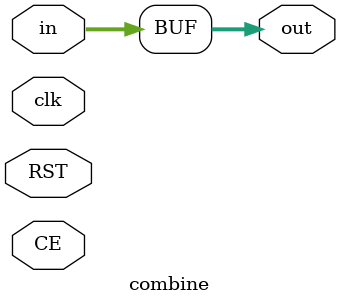
<source format=v>
module combine (in,clk,CE,RST,out);
parameter sel =0;
parameter size=18;
parameter rsttype="sync";
input [size-1:0] in;
input clk,RST,CE;
output [size-1:0] out;
reg [size-1:0] outflip,outflip1;
wire [size-1:0] outfinal;
always @ (posedge clk) begin
    if(CE) begin
    if (RST)
    outflip<=0;
    else
outflip<=in;
    end
   // else 
     //outflip<=0;
end
always @ (posedge clk,posedge RST) begin
    if (RST)
    outflip1<=0;
    else
    if (CE)
outflip1<=in;
//else outflip1<=0;
end
assign outfinal =(rsttype=="sync")? (outflip): (outflip1);
assign out= (sel==0)?in:outfinal; 
endmodule

</source>
